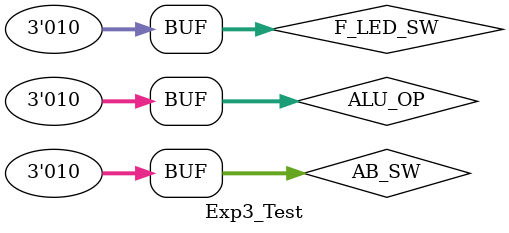
<source format=v>
`timescale 1ns / 1ps


module Exp3_Test;

	// Inputs
	reg [2:0] ALU_OP;
	reg [2:0] AB_SW;
	reg [2:0] F_LED_SW;

	// Outputs
	wire [31:0] F;
	wire [7:0] LED;
	wire ZF;
	wire OF;

	// Instantiate the Unit Under Test (UUT)
	Exp3 uut (
		.ALU_OP(ALU_OP), 
		.AB_SW(AB_SW), 
		.F_LED_SW(F_LED_SW), 
		.F(F), 
		.LED(LED), 
		.ZF(ZF), 
		.OF(OF)
	);

	initial begin
		// Initialize Inputs
		ALU_OP = 0;
		AB_SW = 0;
		F_LED_SW = 0;

		// Wait 100 ns for global reset to finish
		#100;
        ALU_OP = 3'b000;
		AB_SW = 3'b000;
		F_LED_SW = 3'b000;
		
		#100;
        ALU_OP = 3'b001;
		AB_SW = 3'b001;
		F_LED_SW = 3'b001;
		
		#100;
        ALU_OP = 3'b010;
		AB_SW = 3'b010;
		F_LED_SW = 3'b010;

	end
      
endmodule


</source>
